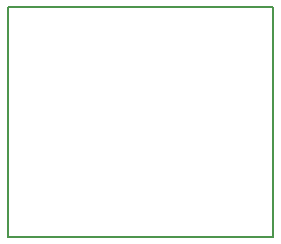
<source format=gm1>
G04*
G04 #@! TF.GenerationSoftware,Altium Limited,Altium Designer,21.0.9 (235)*
G04*
G04 Layer_Color=16711935*
%FSLAX24Y24*%
%MOIN*%
G70*
G04*
G04 #@! TF.SameCoordinates,43F7D72F-E11B-4E19-891E-5AB29DA6FA40*
G04*
G04*
G04 #@! TF.FilePolarity,Positive*
G04*
G01*
G75*
%ADD11C,0.0060*%
D11*
X-4035Y3839D02*
X4823D01*
X-4035Y-3839D02*
Y3839D01*
Y-3839D02*
X4823D01*
Y3839D01*
M02*

</source>
